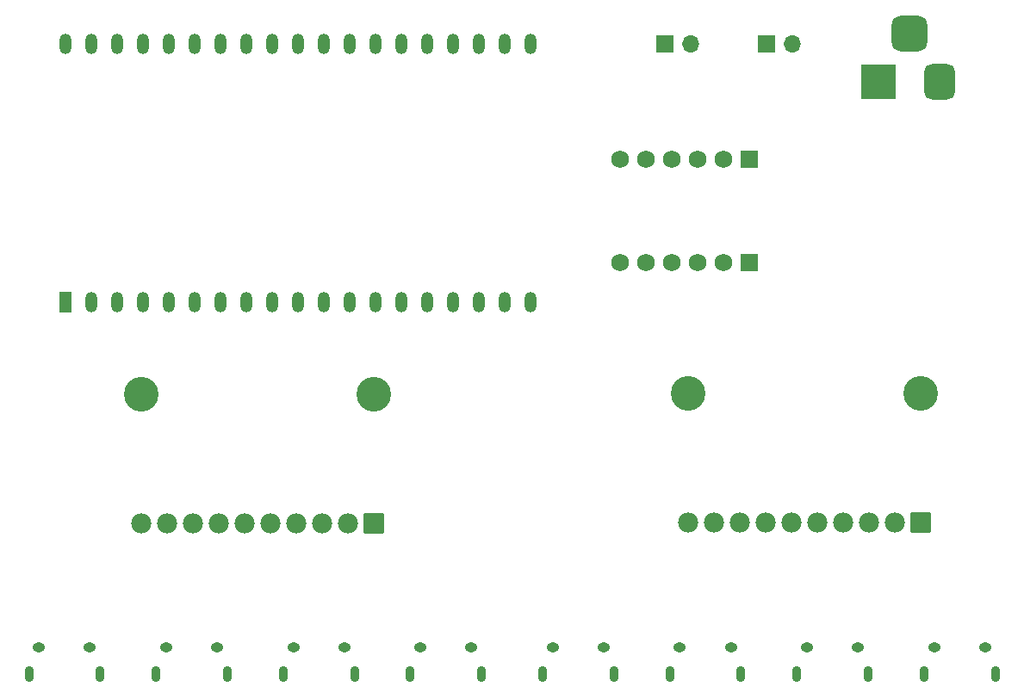
<source format=gbr>
%TF.GenerationSoftware,KiCad,Pcbnew,8.0.4*%
%TF.CreationDate,2024-08-26T16:46:39+08:00*%
%TF.ProjectId,ESP_Board_Test,4553505f-426f-4617-9264-5f546573742e,rev?*%
%TF.SameCoordinates,Original*%
%TF.FileFunction,Soldermask,Bot*%
%TF.FilePolarity,Negative*%
%FSLAX46Y46*%
G04 Gerber Fmt 4.6, Leading zero omitted, Abs format (unit mm)*
G04 Created by KiCad (PCBNEW 8.0.4) date 2024-08-26 16:46:39*
%MOMM*%
%LPD*%
G01*
G04 APERTURE LIST*
G04 Aperture macros list*
%AMRoundRect*
0 Rectangle with rounded corners*
0 $1 Rounding radius*
0 $2 $3 $4 $5 $6 $7 $8 $9 X,Y pos of 4 corners*
0 Add a 4 corners polygon primitive as box body*
4,1,4,$2,$3,$4,$5,$6,$7,$8,$9,$2,$3,0*
0 Add four circle primitives for the rounded corners*
1,1,$1+$1,$2,$3*
1,1,$1+$1,$4,$5*
1,1,$1+$1,$6,$7*
1,1,$1+$1,$8,$9*
0 Add four rect primitives between the rounded corners*
20,1,$1+$1,$2,$3,$4,$5,0*
20,1,$1+$1,$4,$5,$6,$7,0*
20,1,$1+$1,$6,$7,$8,$9,0*
20,1,$1+$1,$8,$9,$2,$3,0*%
G04 Aperture macros list end*
%ADD10R,1.700000X1.700000*%
%ADD11O,1.700000X1.700000*%
%ADD12O,0.890000X1.550000*%
%ADD13O,1.250000X0.950000*%
%ADD14R,1.200000X2.000000*%
%ADD15O,1.200000X2.000000*%
%ADD16R,3.500000X3.500000*%
%ADD17RoundRect,0.750000X0.750000X1.000000X-0.750000X1.000000X-0.750000X-1.000000X0.750000X-1.000000X0*%
%ADD18RoundRect,0.875000X0.875000X0.875000X-0.875000X0.875000X-0.875000X-0.875000X0.875000X-0.875000X0*%
%ADD19C,1.728000*%
%ADD20RoundRect,0.102000X-0.762000X0.762000X-0.762000X-0.762000X0.762000X-0.762000X0.762000X0.762000X0*%
%ADD21RoundRect,0.102000X-0.889000X-0.889000X0.889000X-0.889000X0.889000X0.889000X-0.889000X0.889000X0*%
%ADD22C,1.982000*%
%ADD23C,3.404000*%
G04 APERTURE END LIST*
D10*
%TO.C,J11*%
X100000000Y-31500000D03*
D11*
X102540000Y-31500000D03*
%TD*%
D12*
%TO.C,J4*%
X52500000Y-93550000D03*
D13*
X53500000Y-90850000D03*
X58500000Y-90850000D03*
D12*
X59500000Y-93550000D03*
%TD*%
%TO.C,J8*%
X103000000Y-93550000D03*
D13*
X104000000Y-90850000D03*
X109000000Y-90850000D03*
D12*
X110000000Y-93550000D03*
%TD*%
%TO.C,J9*%
X115500000Y-93550000D03*
D13*
X116500000Y-90850000D03*
X121500000Y-90850000D03*
D12*
X122500000Y-93550000D03*
%TD*%
%TO.C,J2*%
X27500000Y-93550000D03*
D13*
X28500000Y-90850000D03*
X33500000Y-90850000D03*
D12*
X34500000Y-93550000D03*
%TD*%
%TO.C,J6*%
X78000000Y-93550000D03*
D13*
X79000000Y-90850000D03*
X84000000Y-90850000D03*
D12*
X85000000Y-93550000D03*
%TD*%
D14*
%TO.C,U1*%
X31100000Y-56900000D03*
D15*
X33640000Y-56900000D03*
X36180000Y-56900000D03*
X38720000Y-56900000D03*
X41260000Y-56900000D03*
X43800000Y-56900000D03*
X46340000Y-56900000D03*
X48880000Y-56900000D03*
X51420000Y-56900000D03*
X53960000Y-56900000D03*
X56500000Y-56900000D03*
X59040000Y-56900000D03*
X61580000Y-56900000D03*
X64120000Y-56900000D03*
X66660000Y-56900000D03*
X69200000Y-56900000D03*
X71740000Y-56900000D03*
X74280000Y-56900000D03*
X76820000Y-56900000D03*
X76817280Y-31503680D03*
X74277280Y-31503680D03*
X71740000Y-31500000D03*
X69200000Y-31500000D03*
X66660000Y-31500000D03*
X64120000Y-31500000D03*
X61580000Y-31500000D03*
X59040000Y-31500000D03*
X56500000Y-31500000D03*
X53960000Y-31500000D03*
X51420000Y-31500000D03*
X48880000Y-31500000D03*
X46340000Y-31500000D03*
X43800000Y-31500000D03*
X41260000Y-31500000D03*
X38720000Y-31500000D03*
X36180000Y-31500000D03*
X33640000Y-31500000D03*
X31100000Y-31500000D03*
%TD*%
D12*
%TO.C,J3*%
X40000000Y-93550000D03*
D13*
X41000000Y-90850000D03*
X46000000Y-90850000D03*
D12*
X47000000Y-93550000D03*
%TD*%
%TO.C,J7*%
X90500000Y-93550000D03*
D13*
X91500000Y-90850000D03*
X96500000Y-90850000D03*
D12*
X97500000Y-93550000D03*
%TD*%
D16*
%TO.C,J1*%
X111025000Y-35257500D03*
D17*
X117025000Y-35257500D03*
D18*
X114025000Y-30557500D03*
%TD*%
D10*
%TO.C,J10*%
X90000000Y-31500000D03*
D11*
X92540000Y-31500000D03*
%TD*%
D19*
%TO.C,U2*%
X90730000Y-53030000D03*
X90730000Y-42870000D03*
X93270000Y-53030000D03*
D20*
X98350000Y-53030000D03*
D19*
X95810000Y-53030000D03*
X88190000Y-53030000D03*
X85650000Y-53030000D03*
X93270000Y-42870000D03*
D20*
X98350000Y-42870000D03*
D19*
X95810000Y-42870000D03*
X88190000Y-42870000D03*
X85650000Y-42870000D03*
%TD*%
D21*
%TO.C,U5*%
X115180000Y-78642500D03*
D22*
X112640000Y-78642500D03*
X110100000Y-78642500D03*
X107560000Y-78642500D03*
X105020000Y-78642500D03*
X102480000Y-78642500D03*
X99940000Y-78642500D03*
X97400000Y-78642500D03*
X94860000Y-78642500D03*
X92320000Y-78642500D03*
D23*
X92320000Y-65942500D03*
X115180000Y-65942500D03*
%TD*%
D12*
%TO.C,J5*%
X65000000Y-93550000D03*
D13*
X66000000Y-90850000D03*
X71000000Y-90850000D03*
D12*
X72000000Y-93550000D03*
%TD*%
D21*
%TO.C,U4*%
X61430000Y-78667500D03*
D22*
X58890000Y-78667500D03*
X56350000Y-78667500D03*
X53810000Y-78667500D03*
X51270000Y-78667500D03*
X48730000Y-78667500D03*
X46190000Y-78667500D03*
X43650000Y-78667500D03*
X41110000Y-78667500D03*
X38570000Y-78667500D03*
D23*
X38570000Y-65967500D03*
X61430000Y-65967500D03*
%TD*%
M02*

</source>
